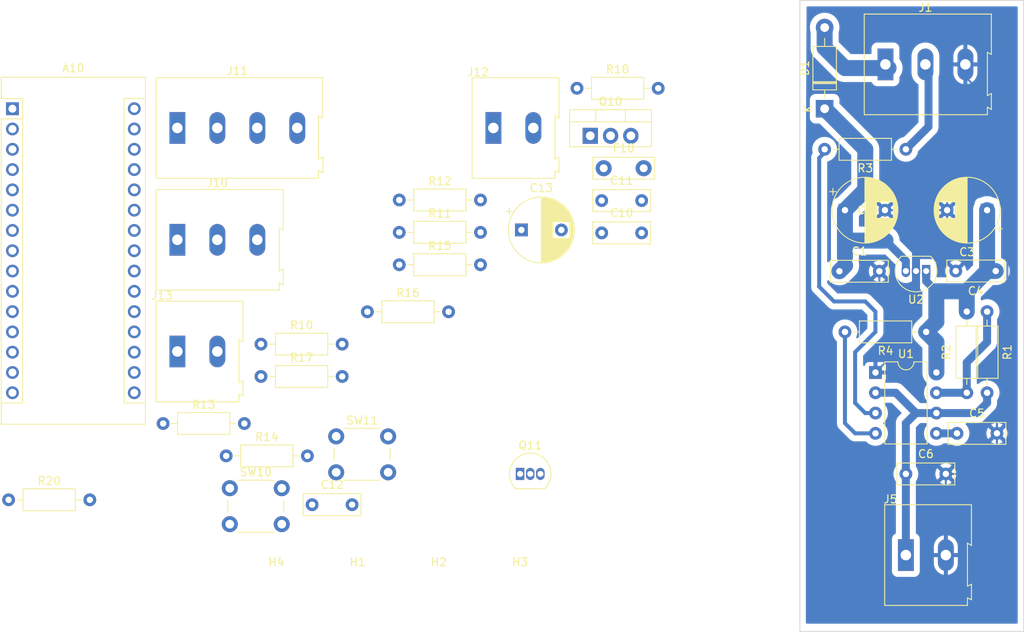
<source format=kicad_pcb>
(kicad_pcb (version 20211014) (generator pcbnew)
  (title_block (title "WaterLevelSensor"))
  (layers (0 "F.Cu" signal) (31 "B.Cu" signal) (34 "B.Paste" user) (35 "F.Paste" user) (36 "B.SilkS" user "B.Silkscreen") (37 "F.SilkS" user "F.Silkscreen") (38 "B.Mask" user) (39 "F.Mask" user) (44 "Edge.Cuts" user))
  (net 0 "")
  (net 2 "Net-(A10-Pad2)")
  (net 4 "GND")
  (net 5 "Net-(A10-Pad5)")
  (net 6 "Net-(A10-Pad6)")
  (net 7 "Net-(A10-Pad7)")
  (net 8 "Net-(A10-Pad8)")
  (net 19 "Net-(A10-Pad19)")
  (net 23 "Net-(A10-Pad23)")
  (net 24 "Net-(A10-Pad24)")
  (net 27 "+5V")
  (net 29 "+9VA")
  (net 30 "Net-(C1-Pad1)")
  (net 31 "GNDA")
  (net 32 "+5VA")
  (net 33 "Net-(C5-Pad1)")
  (net 34 "Net-(C6-Pad1)")
  (net 35 "Net-(C13-Pad1)")
  (net 36 "Net-(D1-Pad2)")
  (net 37 "Net-(F10-Pad2)")
  (net 38 "Net-(J10-Pad2)")
  (net 39 "+9V")
  (net 40 "Net-(J13-Pad1)")
  (net 41 "Net-(Q10-Pad1)")
  (net 42 "Net-(R1-Pad2)")
  (net 43 "Net-(R4-Pad2)")
  (net 44 "Net-(R3-Pad1)")
  (net 45 "Net-(U1-Pad3)")
  (footprint "Capacitor_THT:C_Disc_D7.5mm_W2.5mm_P5.00mm" (layer "F.Cu") (at 10.46 43.01)
    (fp_text reference "F10" (at 2.5 -2.5) (layer "F.SilkS"))
    (fp_text value "100mA")
    (pad "1" thru_hole circle (at 0 0) (size 2 2) (drill 1) (layers *.Cu *.Mask) (net 29 "+9VA"))
    (pad "2" thru_hole circle (at 5 0) (size 2 2) (drill 1) (layers *.Cu *.Mask) (net 37 "Net-(F10-Pad2)"))
  )
  (footprint "Resistor_THT:R_Axial_DIN0207_L6.3mm_D2.5mm_P10.16mm_Horizontal" (layer "F.Cu") (at 55.88 60.96 -90)
    (fp_text reference "R1" (at 5.08 -5.08 -270) (layer "F.SilkS"))
    (fp_text value "10K")
    (pad "1" thru_hole circle (at 0 0 270) (size 1.6 1.6) (drill 0.8) (layers *.Cu *.Mask) (net 32 "+5VA"))
    (pad "2" thru_hole oval (at 10.16 0 270) (size 1.6 1.6) (drill 0.8) (layers *.Cu *.Mask) (net 42 "Net-(R1-Pad2)"))
  )
  (footprint "Resistor_THT:R_Axial_DIN0207_L6.3mm_D2.5mm_P10.16mm_Horizontal" (layer "F.Cu") (at 7.12 33)
    (fp_text reference "R18" (at 5.08 -2.37) (layer "F.SilkS"))
    (fp_text value "47K")
    (pad "1" thru_hole circle (at 0 0) (size 1.6 1.6) (drill 0.8) (layers *.Cu *.Mask) (net 39 "+9V"))
    (pad "2" thru_hole oval (at 10.16 0) (size 1.6 1.6) (drill 0.8) (layers *.Cu *.Mask) (net 41 "Net-(Q10-Pad1)"))
  )
  (footprint "Resistor_THT:R_Axial_DIN0207_L6.3mm_D2.5mm_P10.16mm_Horizontal" (layer "F.Cu") (at -63.98 84.52)
    (fp_text reference "R20" (at 5.08 -2.37) (layer "F.SilkS"))
    (fp_text value "100E")
    (pad "1" thru_hole circle (at 0 0) (size 1.6 1.6) (drill 0.8) (layers *.Cu *.Mask) (net 38 "Net-(J10-Pad2)"))
    (pad "2" thru_hole oval (at 10.16 0) (size 1.6 1.6) (drill 0.8) (layers *.Cu *.Mask) (net 2 "Net-(A10-Pad2)"))
  )
  (footprint "Resistor_THT:R_Axial_DIN0207_L6.3mm_D2.5mm_P10.16mm_Horizontal" (layer "F.Cu") (at -19.1 60.98)
    (fp_text reference "R16" (at 5.08 -2.37) (layer "F.SilkS"))
    (fp_text value "1K")
    (pad "1" thru_hole circle (at 0 0) (size 1.6 1.6) (drill 0.8) (layers *.Cu *.Mask) (net 8 "Net-(A10-Pad8)"))
    (pad "2" thru_hole oval (at 10.16 0) (size 1.6 1.6) (drill 0.8) (layers *.Cu *.Mask) (net 35 "Net-(C13-Pad1)"))
  )
  (footprint "Resistor_THT:R_Axial_DIN0207_L6.3mm_D2.5mm_P10.16mm_Horizontal" (layer "F.Cu") (at -15.11 51.04)
    (fp_text reference "R11" (at 5.08 -2.37) (layer "F.SilkS"))
    (fp_text value "10K")
    (pad "1" thru_hole circle (at 0 0) (size 1.6 1.6) (drill 0.8) (layers *.Cu *.Mask) (net 27 "+5V"))
    (pad "2" thru_hole oval (at 10.16 0) (size 1.6 1.6) (drill 0.8) (layers *.Cu *.Mask) (net 6 "Net-(A10-Pad6)"))
  )
  (footprint "Resistor_THT:R_Axial_DIN0207_L6.3mm_D2.5mm_P10.16mm_Horizontal" (layer "F.Cu") (at 48.26 40.64 180)
    (fp_text reference "R3" (at 5.08 -2.37) (layer "F.SilkS"))
    (fp_text value "100E")
    (pad "1" thru_hole circle (at 0 0 180) (size 1.6 1.6) (drill 0.8) (layers *.Cu *.Mask) (net 44 "Net-(R3-Pad1)"))
    (pad "2" thru_hole oval (at 10.16 0 180) (size 1.6 1.6) (drill 0.8) (layers *.Cu *.Mask) (net 45 "Net-(U1-Pad3)"))
  )
  (footprint "Resistor_THT:R_Axial_DIN0207_L6.3mm_D2.5mm_P10.16mm_Horizontal" (layer "F.Cu") (at 58.42 60.96 -90)
    (fp_text reference "R2" (at 5.08 5.08 90) (layer "F.SilkS"))
    (fp_text value "100K")
    (pad "1" thru_hole circle (at 0 0 270) (size 1.6 1.6) (drill 0.8) (layers *.Cu *.Mask) (net 42 "Net-(R1-Pad2)"))
    (pad "2" thru_hole oval (at 10.16 0 270) (size 1.6 1.6) (drill 0.8) (layers *.Cu *.Mask) (net 34 "Net-(C6-Pad1)"))
  )
  (footprint "Package_TO_SOT_THT:TO-220-3_Vertical" (layer "F.Cu") (at 8.78 38.95)
    (fp_text reference "Q10" (at 2.54 -4.27) (layer "F.SilkS"))
    (fp_text value "IRF9540N")
    (pad "1" thru_hole rect (at 0 0) (size 1.905 2) (drill 1.1) (layers *.Cu *.Mask) (net 41 "Net-(Q10-Pad1)"))
    (pad "2" thru_hole oval (at 2.54 0) (size 1.905 2) (drill 1.1) (layers *.Cu *.Mask) (net 29 "+9VA"))
    (pad "3" thru_hole oval (at 5.08 0) (size 1.905 2) (drill 1.1) (layers *.Cu *.Mask) (net 39 "+9V"))
  )
  (footprint "MountingHole:MountingHole_3.2mm_M3" (layer "F.Cu") (at -20.32 96.52)
    (fp_text reference "H1" (at 0 -4.2) (layer "F.SilkS"))
    (fp_text value "MountingHole")
    (pad "" np_thru_hole circle (at 0 0) (size 3.2 3.2) (drill 3.2) (layers *.Cu *.Mask))
  )
  (footprint "Package_DIP:DIP-8_W7.62mm" (layer "F.Cu") (at 44.46 68.58)
    (fp_text reference "U1" (at 3.81 -2.33) (layer "F.SilkS"))
    (fp_text value "NE555P")
    (pad "1" thru_hole rect (at 0 0) (size 1.6 1.6) (drill 0.8) (layers *.Cu *.Mask) (net 31 "GNDA"))
    (pad "2" thru_hole oval (at 0 2.54) (size 1.6 1.6) (drill 0.8) (layers *.Cu *.Mask) (net 34 "Net-(C6-Pad1)"))
    (pad "3" thru_hole oval (at 0 5.08) (size 1.6 1.6) (drill 0.8) (layers *.Cu *.Mask) (net 45 "Net-(U1-Pad3)"))
    (pad "4" thru_hole oval (at 0 7.62) (size 1.6 1.6) (drill 0.8) (layers *.Cu *.Mask) (net 43 "Net-(R4-Pad2)"))
    (pad "5" thru_hole oval (at 7.62 7.62) (size 1.6 1.6) (drill 0.8) (layers *.Cu *.Mask) (net 33 "Net-(C5-Pad1)"))
    (pad "6" thru_hole oval (at 7.62 5.08) (size 1.6 1.6) (drill 0.8) (layers *.Cu *.Mask) (net 34 "Net-(C6-Pad1)"))
    (pad "7" thru_hole oval (at 7.62 2.54) (size 1.6 1.6) (drill 0.8) (layers *.Cu *.Mask) (net 42 "Net-(R1-Pad2)"))
    (pad "8" thru_hole oval (at 7.62 0) (size 1.6 1.6) (drill 0.8) (layers *.Cu *.Mask) (net 32 "+5VA"))
  )
  (footprint "Resistor_THT:R_Axial_DIN0207_L6.3mm_D2.5mm_P10.16mm_Horizontal" (layer "F.Cu") (at -15.11 55.09)
    (fp_text reference "R15" (at 5.08 -2.37) (layer "F.SilkS"))
    (fp_text value "1K")
    (pad "1" thru_hole circle (at 0 0) (size 1.6 1.6) (drill 0.8) (layers *.Cu *.Mask) (net 40 "Net-(J13-Pad1)"))
    (pad "2" thru_hole oval (at 10.16 0) (size 1.6 1.6) (drill 0.8) (layers *.Cu *.Mask) (net 35 "Net-(C13-Pad1)"))
  )
  (footprint "Package_TO_SOT_THT:TO-92_Inline" (layer "F.Cu") (at 0 81.28)
    (fp_text reference "Q11" (at 1.27 -3.56) (layer "F.SilkS"))
    (fp_text value "BC547")
    (pad "1" thru_hole rect (at 0 0) (size 1.05 1.5) (drill 0.75) (layers *.Cu *.Mask) (net 41 "Net-(Q10-Pad1)"))
    (pad "2" thru_hole oval (at 1.27 0) (size 1.05 1.5) (drill 0.75) (layers *.Cu *.Mask) (net 35 "Net-(C13-Pad1)"))
    (pad "3" thru_hole oval (at 2.54 0) (size 1.05 1.5) (drill 0.75) (layers *.Cu *.Mask) (net 4 "GND"))
  )
  (footprint "Capacitor_THT:C_Disc_D7.0mm_W2.5mm_P5.00mm" (layer "F.Cu") (at 59.5 55.88 180)
    (fp_text reference "C4" (at 2.5 -2.5) (layer "F.SilkS"))
    (fp_text value "100n")
    (pad "1" thru_hole circle (at 0 0 180) (size 1.6 1.6) (drill 0.8) (layers *.Cu *.Mask) (net 32 "+5VA"))
    (pad "2" thru_hole circle (at 5 0 180) (size 1.6 1.6) (drill 0.8) (layers *.Cu *.Mask) (net 31 "GNDA"))
  )
  (footprint "TerminalBlock:TerminalBlock_Altech_AK300-4_P5.00mm" (layer "F.Cu") (at -42.87 37.97)
    (fp_text reference "J11" (at 7.5 -7.15) (layer "F.SilkS"))
    (fp_text value " OLED Display")
    (pad "1" thru_hole rect (at 0 0) (size 1.98 3.96) (drill 1.32) (layers *.Cu *.Mask) (net 23 "Net-(A10-Pad23)"))
    (pad "2" thru_hole oval (at 5 0) (size 1.98 3.96) (drill 1.32) (layers *.Cu *.Mask) (net 24 "Net-(A10-Pad24)"))
    (pad "3" thru_hole oval (at 10 0) (size 1.98 3.96) (drill 1.32) (layers *.Cu *.Mask) (net 27 "+5V"))
    (pad "4" thru_hole oval (at 15 0) (size 1.98 3.96) (drill 1.32) (layers *.Cu *.Mask) (net 4 "GND"))
  )
  (footprint "MountingHole:MountingHole_3.2mm_M3" (layer "F.Cu") (at -30.48 96.52)
    (fp_text reference "H4" (at 0 -4.2) (layer "F.SilkS"))
    (fp_text value "MountingHole")
    (pad "" np_thru_hole circle (at 0 0) (size 3.2 3.2) (drill 3.2) (layers *.Cu *.Mask))
  )
  (footprint "Capacitor_THT:C_Disc_D7.0mm_W2.5mm_P5.00mm" (layer "F.Cu") (at 48.26 81.28)
    (fp_text reference "C6" (at 2.5 -2.5) (layer "F.SilkS"))
    (fp_text value "22p")
    (pad "1" thru_hole circle (at 0 0) (size 1.6 1.6) (drill 0.8) (layers *.Cu *.Mask) (net 34 "Net-(C6-Pad1)"))
    (pad "2" thru_hole circle (at 5 0) (size 1.6 1.6) (drill 0.8) (layers *.Cu *.Mask) (net 31 "GNDA"))
  )
  (footprint "Button_Switch_THT:SW_PUSH_6mm_H5mm" (layer "F.Cu") (at -36.31 83.07)
    (fp_text reference "SW10" (at 3.25 -2) (layer "F.SilkS"))
    (fp_text value "CAL DRY")
    (pad "1" thru_hole circle (at 6.5 0 90) (size 2 2) (drill 1.1) (layers *.Cu *.Mask) (net 4 "GND"))
    (pad "1" thru_hole circle (at 0 0 90) (size 2 2) (drill 1.1) (layers *.Cu *.Mask) (net 4 "GND"))
    (pad "2" thru_hole circle (at 6.5 4.5 90) (size 2 2) (drill 1.1) (layers *.Cu *.Mask) (net 6 "Net-(A10-Pad6)"))
    (pad "2" thru_hole circle (at 0 4.5 90) (size 2 2) (drill 1.1) (layers *.Cu *.Mask) (net 6 "Net-(A10-Pad6)"))
  )
  (footprint "TerminalBlock:TerminalBlock_Altech_AK300-2_P5.00mm" (layer "F.Cu") (at -3.34 37.97)
    (fp_text reference "J12" (at -1.92 -6.99) (layer "F.SilkS"))
    (fp_text value "Battery")
    (pad "1" thru_hole rect (at 0 0) (size 1.98 3.96) (drill 1.32) (layers *.Cu *.Mask) (net 4 "GND"))
    (pad "2" thru_hole oval (at 5 0) (size 1.98 3.96) (drill 1.32) (layers *.Cu *.Mask) (net 39 "+9V"))
  )
  (footprint "Resistor_THT:R_Axial_DIN0207_L6.3mm_D2.5mm_P10.16mm_Horizontal" (layer "F.Cu") (at -32.41 69.08)
    (fp_text reference "R17" (at 5.08 -2.37) (layer "F.SilkS"))
    (fp_text value "47K")
    (pad "1" thru_hole circle (at 0 0) (size 1.6 1.6) (drill 0.8) (layers *.Cu *.Mask) (net 35 "Net-(C13-Pad1)"))
    (pad "2" thru_hole oval (at 10.16 0) (size 1.6 1.6) (drill 0.8) (layers *.Cu *.Mask) (net 4 "GND"))
  )
  (footprint "Package_TO_SOT_THT:TO-92_Inline" (layer "F.Cu") (at 50.8 55.88 180)
    (fp_text reference "U2" (at 1.27 -3.56) (layer "F.SilkS"))
    (fp_text value "LM78L05_TO92")
    (pad "1" thru_hole rect (at 0 0 180) (size 1.05 1.5) (drill 0.75) (layers *.Cu *.Mask) (net 32 "+5VA"))
    (pad "2" thru_hole oval (at 1.27 0 180) (size 1.05 1.5) (drill 0.75) (layers *.Cu *.Mask) (net 31 "GNDA"))
    (pad "3" thru_hole oval (at 2.54 0 180) (size 1.05 1.5) (drill 0.75) (layers *.Cu *.Mask) (net 30 "Net-(C1-Pad1)"))
  )
  (footprint "MountingHole:MountingHole_3.2mm_M3" (layer "F.Cu") (at -10.16 96.52)
    (fp_text reference "H2" (at 0 -4.2) (layer "F.SilkS"))
    (fp_text value "MountingHole")
    (pad "" np_thru_hole circle (at 0 0) (size 3.2 3.2) (drill 3.2) (layers *.Cu *.Mask))
  )
  (footprint "Resistor_THT:R_Axial_DIN0207_L6.3mm_D2.5mm_P10.16mm_Horizontal" (layer "F.Cu") (at 50.8 63.5 180)
    (fp_text reference "R4" (at 5.08 -2.37) (layer "F.SilkS"))
    (fp_text value "10E")
    (pad "1" thru_hole circle (at 0 0 180) (size 1.6 1.6) (drill 0.8) (layers *.Cu *.Mask) (net 32 "+5VA"))
    (pad "2" thru_hole oval (at 10.16 0 180) (size 1.6 1.6) (drill 0.8) (layers *.Cu *.Mask) (net 43 "Net-(R4-Pad2)"))
  )
  (footprint "Capacitor_THT:C_Disc_D7.0mm_W2.5mm_P5.00mm" (layer "F.Cu") (at -26.01 85.13)
    (fp_text reference "C12" (at 2.5 -2.5) (layer "F.SilkS"))
    (fp_text value "100n")
    (pad "1" thru_hole circle (at 0 0) (size 1.6 1.6) (drill 0.8) (layers *.Cu *.Mask) (net 19 "Net-(A10-Pad19)"))
    (pad "2" thru_hole circle (at 5 0) (size 1.6 1.6) (drill 0.8) (layers *.Cu *.Mask) (net 4 "GND"))
  )
  (footprint "Capacitor_THT:C_Disc_D7.0mm_W2.5mm_P5.00mm" (layer "F.Cu") (at 39.9434 55.9054)
    (fp_text reference "C1" (at 2.5 -2.5) (layer "F.SilkS"))
    (fp_text value "100n")
    (pad "1" thru_hole circle (at 0 0) (size 1.6 1.6) (drill 0.8) (layers *.Cu *.Mask) (net 30 "Net-(C1-Pad1)"))
    (pad "2" thru_hole circle (at 5 0) (size 1.6 1.6) (drill 0.8) (layers *.Cu *.Mask) (net 31 "GNDA"))
  )
  (footprint "Resistor_THT:R_Axial_DIN0207_L6.3mm_D2.5mm_P10.16mm_Horizontal" (layer "F.Cu") (at -36.76 79.02)
    (fp_text reference "R14" (at 5.08 -2.37) (layer "F.SilkS"))
    (fp_text value "10K")
    (pad "1" thru_hole circle (at 0 0) (size 1.6 1.6) (drill 0.8) (layers *.Cu *.Mask) (net 19 "Net-(A10-Pad19)"))
    (pad "2" thru_hole oval (at 10.16 0) (size 1.6 1.6) (drill 0.8) (layers *.Cu *.Mask) (net 4 "GND"))
  )
  (footprint "TerminalBlock:TerminalBlock_Altech_AK300-3_P5.00mm" (layer "F.Cu") (at -42.87 51.97)
    (fp_text reference "J10" (at 5 -7.1) (layer "F.SilkS"))
    (fp_text value "Sensor ")
    (pad "1" thru_hole rect (at 0 0) (size 1.98 3.96) (drill 1.32) (layers *.Cu *.Mask) (net 4 "GND"))
    (pad "2" thru_hole oval (at 5 0) (size 1.98 3.96) (drill 1.32) (layers *.Cu *.Mask) (net 38 "Net-(J10-Pad2)"))
    (pad "3" thru_hole oval (at 10 0) (size 1.98 3.96) (drill 1.32) (layers *.Cu *.Mask) (net 37 "Net-(F10-Pad2)"))
  )
  (footprint "MountingHole:MountingHole_3.2mm_M3" (layer "F.Cu") (at 0 96.52)
    (fp_text reference "H3" (at 0 -4.2) (layer "F.SilkS"))
    (fp_text value "MountingHole")
    (pad "" np_thru_hole circle (at 0 0) (size 3.2 3.2) (drill 3.2) (layers *.Cu *.Mask))
  )
  (footprint "Capacitor_THT:C_Disc_D7.0mm_W2.5mm_P5.00mm" (layer "F.Cu") (at 10.21 47.06)
    (fp_text reference "C11" (at 2.5 -2.5) (layer "F.SilkS"))
    (fp_text value "100n")
    (pad "1" thru_hole circle (at 0 0) (size 1.6 1.6) (drill 0.8) (layers *.Cu *.Mask) (net 7 "Net-(A10-Pad7)"))
    (pad "2" thru_hole circle (at 5 0) (size 1.6 1.6) (drill 0.8) (layers *.Cu *.Mask) (net 4 "GND"))
  )
  (footprint "Capacitor_THT:CP_Radial_D8.0mm_P5.00mm" (layer "F.Cu") (at 40.64 48.26)
    (fp_text reference "C2" (at 2.5 0) (layer "F.SilkS"))
    (fp_text value "100M")
    (pad "1" thru_hole rect (at 0 0) (size 1.6 1.6) (drill 0.8) (layers *.Cu *.Mask) (net 30 "Net-(C1-Pad1)"))
    (pad "2" thru_hole circle (at 5 0) (size 1.6 1.6) (drill 0.8) (layers *.Cu *.Mask) (net 31 "GNDA"))
  )
  (footprint "Button_Switch_THT:SW_PUSH_6mm_H5mm" (layer "F.Cu") (at -23 76.58)
    (fp_text reference "SW11" (at 3.25 -2) (layer "F.SilkS"))
    (fp_text value "CAL WET")
    (pad "1" thru_hole circle (at 0 0 90) (size 2 2) (drill 1.1) (layers *.Cu *.Mask) (net 4 "GND"))
    (pad "1" thru_hole circle (at 6.5 0 90) (size 2 2) (drill 1.1) (layers *.Cu *.Mask) (net 4 "GND"))
    (pad "2" thru_hole circle (at 6.5 4.5 90) (size 2 2) (drill 1.1) (layers *.Cu *.Mask) (net 7 "Net-(A10-Pad7)"))
    (pad "2" thru_hole circle (at 0 4.5 90) (size 2 2) (drill 1.1) (layers *.Cu *.Mask) (net 7 "Net-(A10-Pad7)"))
  )
  (footprint "Resistor_THT:R_Axial_DIN0207_L6.3mm_D2.5mm_P10.16mm_Horizontal" (layer "F.Cu") (at -32.41 65.03)
    (fp_text reference "R10" (at 5.08 -2.37) (layer "F.SilkS"))
    (fp_text value "100E")
    (pad "1" thru_hole circle (at 0 0) (size 1.6 1.6) (drill 0.8) (layers *.Cu *.Mask) (net 38 "Net-(J10-Pad2)"))
    (pad "2" thru_hole oval (at 10.16 0) (size 1.6 1.6) (drill 0.8) (layers *.Cu *.Mask) (net 5 "Net-(A10-Pad5)"))
  )
  (footprint "Capacitor_THT:C_Disc_D7.0mm_W2.5mm_P5.00mm" (layer "F.Cu") (at 54.65 76.2)
    (fp_text reference "C5" (at 2.5 -2.5) (layer "F.SilkS"))
    (fp_text value "10n")
    (pad "1" thru_hole circle (at 0 0) (size 1.6 1.6) (drill 0.8) (layers *.Cu *.Mask) (net 33 "Net-(C5-Pad1)"))
    (pad "2" thru_hole circle (at 5 0) (size 1.6 1.6) (drill 0.8) (layers *.Cu *.Mask) (net 31 "GNDA"))
  )
  (footprint "Capacitor_THT:CP_Radial_D8.0mm_P5.00mm" (layer "F.Cu") (at 58.42 48.26 180)
    (fp_text reference "C3" (at 2.5 -5.25) (layer "F.SilkS"))
    (fp_text value "100M")
    (pad "1" thru_hole rect (at 0 0 180) (size 1.6 1.6) (drill 0.8) (layers *.Cu *.Mask) (net 32 "+5VA"))
    (pad "2" thru_hole circle (at 5 0 180) (size 1.6 1.6) (drill 0.8) (layers *.Cu *.Mask) (net 31 "GNDA"))
  )
  (footprint "Diode_THT:D_DO-41_SOD81_P10.16mm_Horizontal" (layer "F.Cu") (at 38.1 35.56 90)
    (fp_text reference "D1" (at 5.08 -2.47 90) (layer "F.SilkS"))
    (fp_text value "1N4001")
    (fp_text user "K" (at 0 -2.1 90) (layer "F.SilkS"))
    (pad "1" thru_hole rect (at 0 0 90) (size 2.2 2.2) (drill 1.1) (layers *.Cu *.Mask) (net 30 "Net-(C1-Pad1)"))
    (pad "2" thru_hole oval (at 10.16 0 90) (size 2.2 2.2) (drill 1.1) (layers *.Cu *.Mask) (net 36 "Net-(D1-Pad2)"))
  )
  (footprint "TerminalBlock:TerminalBlock_Altech_AK300-3_P5.00mm" (layer "F.Cu") (at 45.705 30.01)
    (fp_text reference "J1" (at 5 -7.1) (layer "F.SilkS"))
    (fp_text value "Sensor ")
    (pad "1" thru_hole rect (at 0 0) (size 1.98 3.96) (drill 1.32) (layers *.Cu *.Mask) (net 36 "Net-(D1-Pad2)"))
    (pad "2" thru_hole oval (at 5 0) (size 1.98 3.96) (drill 1.32) (layers *.Cu *.Mask) (net 44 "Net-(R3-Pad1)"))
    (pad "3" thru_hole oval (at 10 0) (size 1.98 3.96) (drill 1.32) (layers *.Cu *.Mask) (net 31 "GNDA"))
  )
  (footprint "Capacitor_THT:C_Disc_D7.0mm_W2.5mm_P5.00mm" (layer "F.Cu") (at 10.21 51.11)
    (fp_text reference "C10" (at 2.5 -2.5) (layer "F.SilkS"))
    (fp_text value "100n")
    (pad "1" thru_hole circle (at 0 0) (size 1.6 1.6) (drill 0.8) (layers *.Cu *.Mask) (net 6 "Net-(A10-Pad6)"))
    (pad "2" thru_hole circle (at 5 0) (size 1.6 1.6) (drill 0.8) (layers *.Cu *.Mask) (net 4 "GND"))
  )
  (footprint "TerminalBlock:TerminalBlock_Altech_AK300-2_P5.00mm" (layer "F.Cu") (at 48.26 91.44)
    (fp_text reference "J5" (at -1.92 -6.99) (layer "F.SilkS"))
    (fp_text value "Sensor Wire")
    (pad "1" thru_hole rect (at 0 0) (size 1.98 3.96) (drill 1.32) (layers *.Cu *.Mask) (net 34 "Net-(C6-Pad1)"))
    (pad "2" thru_hole oval (at 5 0) (size 1.98 3.96) (drill 1.32) (layers *.Cu *.Mask) (net 31 "GNDA"))
  )
  (footprint "Resistor_THT:R_Axial_DIN0207_L6.3mm_D2.5mm_P10.16mm_Horizontal" (layer "F.Cu") (at -44.65 74.97)
    (fp_text reference "R13" (at 5.08 -2.37) (layer "F.SilkS"))
    (fp_text value "33K")
    (pad "1" thru_hole circle (at 0 0) (size 1.6 1.6) (drill 0.8) (layers *.Cu *.Mask) (net 29 "+9VA"))
    (pad "2" thru_hole oval (at 10.16 0) (size 1.6 1.6) (drill 0.8) (layers *.Cu *.Mask) (net 19 "Net-(A10-Pad19)"))
  )
  (footprint "Capacitor_THT:CP_Radial_D8.0mm_P5.00mm" (layer "F.Cu") (at 0.164646 50.74)
    (fp_text reference "C13" (at 2.5 -5.25) (layer "F.SilkS"))
    (fp_text value "100M")
    (pad "1" thru_hole rect (at 0 0) (size 1.6 1.6) (drill 0.8) (layers *.Cu *.Mask) (net 35 "Net-(C13-Pad1)"))
    (pad "2" thru_hole circle (at 5 0) (size 1.6 1.6) (drill 0.8) (layers *.Cu *.Mask) (net 4 "GND"))
  )
  (footprint "Resistor_THT:R_Axial_DIN0207_L6.3mm_D2.5mm_P10.16mm_Horizontal" (layer "F.Cu") (at -15.11 46.99)
    (fp_text reference "R12" (at 5.08 -2.37) (layer "F.SilkS"))
    (fp_text value "10K")
    (pad "1" thru_hole circle (at 0 0) (size 1.6 1.6) (drill 0.8) (layers *.Cu *.Mask) (net 27 "+5V"))
    (pad "2" thru_hole oval (at 10.16 0) (size 1.6 1.6) (drill 0.8) (layers *.Cu *.Mask) (net 7 "Net-(A10-Pad7)"))
  )
  (footprint "TerminalBlock:TerminalBlock_Altech_AK300-2_P5.00mm" (layer "F.Cu") (at -42.87 65.95)
    (fp_text reference "J13" (at -1.92 -6.99) (layer "F.SilkS"))
    (fp_text value "PushButton")
    (pad "1" thru_hole rect (at 0 0) (size 1.98 3.96) (drill 1.32) (layers *.Cu *.Mask) (net 40 "Net-(J13-Pad1)"))
    (pad "2" thru_hole oval (at 5 0) (size 1.98 3.96) (drill 1.32) (layers *.Cu *.Mask) (net 39 "+9V"))
  )
  (footprint "Module:Arduino_Nano" (layer "F.Cu") (at -63.5 35.56)
    (fp_text reference "A10" (at 7.62 -5.08) (layer "F.SilkS"))
    (fp_text value "Arduino_Nano_Every")
    (pad "1" thru_hole rect (at 0 0) (size 1.6 1.6) (drill 1) (layers *.Cu *.Mask))
    (pad "2" thru_hole oval (at 0 2.54) (size 1.6 1.6) (drill 1) (layers *.Cu *.Mask) (net 2 "Net-(A10-Pad2)"))
    (pad "3" thru_hole oval (at 0 5.08) (size 1.6 1.6) (drill 1) (layers *.Cu *.Mask))
    (pad "4" thru_hole oval (at 0 7.62) (size 1.6 1.6) (drill 1) (layers *.Cu *.Mask) (net 4 "GND"))
    (pad "5" thru_hole oval (at 0 10.16) (size 1.6 1.6) (drill 1) (layers *.Cu *.Mask) (net 5 "Net-(A10-Pad5)"))
    (pad "6" thru_hole oval (at 0 12.7) (size 1.6 1.6) (drill 1) (layers *.Cu *.Mask) (net 6 "Net-(A10-Pad6)"))
    (pad "7" thru_hole oval (at 0 15.24) (size 1.6 1.6) (drill 1) (layers *.Cu *.Mask) (net 7 "Net-(A10-Pad7)"))
    (pad "8" thru_hole oval (at 0 17.78) (size 1.6 1.6) (drill 1) (layers *.Cu *.Mask) (net 8 "Net-(A10-Pad8)"))
    (pad "9" thru_hole oval (at 0 20.32) (size 1.6 1.6) (drill 1) (layers *.Cu *.Mask))
    (pad "10" thru_hole oval (at 0 22.86) (size 1.6 1.6) (drill 1) (layers *.Cu *.Mask))
    (pad "11" thru_hole oval (at 0 25.4) (size 1.6 1.6) (drill 1) (layers *.Cu *.Mask))
    (pad "12" thru_hole oval (at 0 27.94) (size 1.6 1.6) (drill 1) (layers *.Cu *.Mask))
    (pad "13" thru_hole oval (at 0 30.48) (size 1.6 1.6) (drill 1) (layers *.Cu *.Mask))
    (pad "14" thru_hole oval (at 0 33.02) (size 1.6 1.6) (drill 1) (layers *.Cu *.Mask))
    (pad "15" thru_hole oval (at 0 35.56) (size 1.6 1.6) (drill 1) (layers *.Cu *.Mask))
    (pad "16" thru_hole oval (at 15.24 35.56) (size 1.6 1.6) (drill 1) (layers *.Cu *.Mask))
    (pad "17" thru_hole oval (at 15.24 33.02) (size 1.6 1.6) (drill 1) (layers *.Cu *.Mask))
    (pad "18" thru_hole oval (at 15.24 30.48) (size 1.6 1.6) (drill 1) (layers *.Cu *.Mask))
    (pad "19" thru_hole oval (at 15.24 27.94) (size 1.6 1.6) (drill 1) (layers *.Cu *.Mask) (net 19 "Net-(A10-Pad19)"))
    (pad "20" thru_hole oval (at 15.24 25.4) (size 1.6 1.6) (drill 1) (layers *.Cu *.Mask))
    (pad "21" thru_hole oval (at 15.24 22.86) (size 1.6 1.6) (drill 1) (layers *.Cu *.Mask))
    (pad "22" thru_hole oval (at 15.24 20.32) (size 1.6 1.6) (drill 1) (layers *.Cu *.Mask))
    (pad "23" thru_hole oval (at 15.24 17.78) (size 1.6 1.6) (drill 1) (layers *.Cu *.Mask) (net 23 "Net-(A10-Pad23)"))
    (pad "24" thru_hole oval (at 15.24 15.24) (size 1.6 1.6) (drill 1) (layers *.Cu *.Mask) (net 24 "Net-(A10-Pad24)"))
    (pad "25" thru_hole oval (at 15.24 12.7) (size 1.6 1.6) (drill 1) (layers *.Cu *.Mask))
    (pad "26" thru_hole oval (at 15.24 10.16) (size 1.6 1.6) (drill 1) (layers *.Cu *.Mask))
    (pad "27" thru_hole oval (at 15.24 7.62) (size 1.6 1.6) (drill 1) (layers *.Cu *.Mask) (net 27 "+5V"))
    (pad "28" thru_hole oval (at 15.24 5.08) (size 1.6 1.6) (drill 1) (layers *.Cu *.Mask))
    (pad "29" thru_hole oval (at 15.24 2.54) (size 1.6 1.6) (drill 1) (layers *.Cu *.Mask) (net 4 "GND"))
    (pad "30" thru_hole oval (at 15.24 0) (size 1.6 1.6) (drill 1) (layers *.Cu *.Mask) (net 29 "+9VA"))
  )
  (gr_rect (start 35 22) (end 63 101) (layer "Edge.Cuts") (width 0.1) (fill none))
  (segment (start 40.64 48.26) (end 40.64 52.07) (width 2) (layer "B.Cu") (net 30))
  (segment (start 38.1 35.56) (end 43.18 40.64) (width 2) (layer "B.Cu") (net 30))
  (segment (start 40.64 52.07) (end 40.64 54.1528) (width 2) (layer "B.Cu") (net 30))
  (segment (start 40.64 54.1528) (end 40.6654 54.1782) (width 0.25) (layer "B.Cu") (net 30))
  (segment (start 40.6654 55.1834) (end 39.9434 55.9054) (width 2) (layer "B.Cu") (net 30))
  (segment (start 45.72 52.07) (end 48.26 54.61) (width 1) (layer "B.Cu") (net 30))
  (segment (start 40.6654 54.1782) (end 40.6654 55.1834) (width 0.25) (layer "B.Cu") (net 30))
  (segment (start 48.26 54.61) (end 48.26 55.88) (width 1) (layer "B.Cu") (net 30))
  (segment (start 43.18 40.64) (end 43.18 45.72) (width 2) (layer "B.Cu") (net 30))
  (segment (start 40.64 52.07) (end 45.72 52.07) (width 2) (layer "B.Cu") (net 30))
  (segment (start 43.18 45.72) (end 40.64 48.26) (width 2) (layer "B.Cu") (net 30))
  (segment (start 48.26 59.69) (end 49.53 58.42) (width 0.25) (layer "B.Cu") (net 31))
  (segment (start 56.095 31.965) (end 56.095 30.47) (width 0.25) (layer "B.Cu") (net 31))
  (segment (start 53.42 48.26) (end 53.42 54.6062) (width 0.25) (layer "B.Cu") (net 31))
  (segment (start 60.96 72.39) (end 60.96 44.45) (width 0.25) (layer "B.Cu") (net 31))
  (segment (start 59.65 78.7) (end 59.65 76.2) (width 0.25) (layer "B.Cu") (net 31))
  (segment (start 60.96 44.45) (end 58.42 41.91) (width 0.25) (layer "B.Cu") (net 31))
  (segment (start 49.53 48.26) (end 49.53 55.88) (width 1) (layer "B.Cu") (net 31))
  (segment (start 49.53 48.26) (end 45.64 48.26) (width 0.25) (layer "B.Cu") (net 31))
  (segment (start 53.26 81.28) (end 57.15 81.28) (width 0.25) (layer "B.Cu") (net 31))
  (segment (start 46.99 59.69) (end 44.9434 57.6434) (width 0.25) (layer "B.Cu") (net 31))
  (segment (start 49.53 58.42) (end 49.53 55.88) (width 1) (layer "B.Cu") (net 31))
  (segment (start 44.9434 57.6434) (end 44.9434 55.9054) (width 0.25) (layer "B.Cu") (net 31))
  (segment (start 58.42 41.91) (end 58.42 34.29) (width 0.25) (layer "B.Cu") (net 31))
  (segment (start 53.4162 54.61) (end 53.4162 54.7962) (width 0.25) (layer "B.Cu") (net 31))
  (segment (start 58.42 34.29) (end 56.095 31.965) (width 0.25) (layer "B.Cu") (net 31))
  (segment (start 53.42 48.26) (end 53.42 46.91) (width 0.25) (layer "B.Cu") (net 31))
  (segment (start 53.42 46.91) (end 58.42 41.91) (width 0.25) (layer "B.Cu") (net 31))
  (segment (start 57.15 81.28) (end 59.69 78.74) (width 0.25) (layer "B.Cu") (net 31))
  (segment (start 53.42 48.26) (end 49.53 48.26) (width 0.25) (layer "B.Cu") (net 31))
  (segment (start 53.26 81.28) (end 53.26 91.44) (width 0.25) (layer "B.Cu") (net 31))
  (segment (start 46.99 66.04) (end 46.99 59.69) (width 0.25) (layer "B.Cu") (net 31))
  (segment (start 59.65 73.7) (end 60.96 72.39) (width 0.25) (layer "B.Cu") (net 31))
  (segment (start 53.4162 54.7962) (end 54.5 55.88) (width 0.25) (layer "B.Cu") (net 31))
  (segment (start 44.46 68.57) (end 46.99 66.04) (width 0.25) (layer "B.Cu") (net 31))
  (segment (start 53.42 54.6062) (end 53.4162 54.61) (width 0.25) (layer "B.Cu") (net 31))
  (segment (start 59.69 78.74) (end 59.65 78.7) (width 0.25) (layer "B.Cu") (net 31))
  (segment (start 44.46 68.58) (end 44.46 68.57) (width 0.25) (layer "B.Cu") (net 31))
  (segment (start 46.99 59.69) (end 48.26 59.69) (width 0.25) (layer "B.Cu") (net 31))
  (segment (start 59.65 76.2) (end 59.65 73.7) (width 0.25) (layer "B.Cu") (net 31))
  (segment (start 50.8 57.15) (end 50.8 55.88) (width 1) (layer "B.Cu") (net 32))
  (segment (start 52.07 58.42) (end 50.8 57.15) (width 1) (layer "B.Cu") (net 32))
  (segment (start 59.5 55.88) (end 58.42 55.88) (width 2) (layer "B.Cu") (net 32))
  (segment (start 52.07 62.23) (end 50.8 63.5) (width 2) (layer "B.Cu") (net 32))
  (segment (start 58.42 55.88) (end 58.42 48.26) (width 2) (layer "B.Cu") (net 32))
  (segment (start 55.88 60.96) (end 55.88 58.42) (width 2) (layer "B.Cu") (net 32))
  (segment (start 55.88 58.42) (end 52.07 58.42) (width 2) (layer "B.Cu") (net 32))
  (segment (start 52.07 58.42) (end 52.07 62.23) (width 2) (layer "B.Cu") (net 32))
  (segment (start 55.88 58.42) (end 58.42 55.88) (width 2) (layer "B.Cu") (net 32))
  (segment (start 50.8 63.5) (end 52.08 64.78) (width 2) (layer "B.Cu") (net 32))
  (segment (start 52.08 64.78) (end 52.08 68.58) (width 2) (layer "B.Cu") (net 32))
  (segment (start 54.65 76.2) (end 52.08 76.2) (width 1) (layer "B.Cu") (net 33))
  (segment (start 52.08 73.66) (end 57.15 73.66) (width 1) (layer "B.Cu") (net 34))
  (segment (start 48.26 81.28) (end 48.26 91.44) (width 1) (layer "B.Cu") (net 34))
  (segment (start 57.15 73.66) (end 58.42 72.39) (width 1) (layer "B.Cu") (net 34))
  (segment (start 49.53 73.66) (end 52.08 73.66) (width 1) (layer "B.Cu") (net 34))
  (segment (start 46.99 71.12) (end 44.46 71.12) (width 1) (layer "B.Cu") (net 34))
  (segment (start 49.53 73.66) (end 46.99 71.12) (width 1) (layer "B.Cu") (net 34))
  (segment (start 58.42 72.39) (end 58.42 71.12) (width 1) (layer "B.Cu") (net 34))
  (segment (start 48.26 74.93) (end 49.53 73.66) (width 1) (layer "B.Cu") (net 34))
  (segment (start 48.26 81.28) (end 48.26 74.93) (width 1) (layer "B.Cu") (net 34))
  (segment (start 46.095 30.47) (end 40.63 30.47) (width 2) (layer "B.Cu") (net 36))
  (segment (start 38.1 27.94) (end 38.1 25.4) (width 2) (layer "B.Cu") (net 36))
  (segment (start 40.63 30.47) (end 38.1 27.94) (width 2) (layer "B.Cu") (net 36))
  (segment (start 58.42 64.77) (end 58.42 60.96) (width 1) (layer "B.Cu") (net 42))
  (segment (start 55.88 71.12) (end 55.88 67.31) (width 1) (layer "B.Cu") (net 42))
  (segment (start 52.08 71.12) (end 55.88 71.12) (width 1) (layer "B.Cu") (net 42))
  (segment (start 55.88 67.31) (end 58.42 64.77) (width 1) (layer "B.Cu") (net 42))
  (segment (start 44.46 76.2) (end 41.91 76.2) (width 0.5) (layer "B.Cu") (net 43))
  (segment (start 40.64 74.93) (end 40.64 63.5) (width 0.5) (layer "B.Cu") (net 43))
  (segment (start 41.91 76.2) (end 40.64 74.93) (width 0.5) (layer "B.Cu") (net 43))
  (segment (start 51.095 30.47) (end 51.095 28.915) (width 0.5) (layer "B.Cu") (net 44))
  (segment (start 51.095 37.805) (end 48.26 40.64) (width 1) (layer "B.Cu") (net 44))
  (segment (start 51.095 30.47) (end 51.095 37.805) (width 1) (layer "B.Cu") (net 44))
  (segment (start 41.91 72.39) (end 41.91 66.04) (width 0.5) (layer "B.Cu") (net 45))
  (segment (start 39.2684 59.69) (end 37.4142 57.8358) (width 0.5) (layer "B.Cu") (net 45))
  (segment (start 37.4142 57.8358) (end 37.4142 41.7322) (width 0.5) (layer "B.Cu") (net 45))
  (segment (start 43.18 59.69) (end 39.2684 59.69) (width 0.5) (layer "B.Cu") (net 45))
  (segment (start 41.91 66.04) (end 44.45 63.5) (width 0.5) (layer "B.Cu") (net 45))
  (segment (start 37.4142 41.7322) (end 38.1 41.0464) (width 0.5) (layer "B.Cu") (net 45))
  (segment (start 43.18 73.66) (end 41.91 72.39) (width 0.5) (layer "B.Cu") (net 45))
  (segment (start 38.1 41.0464) (end 38.1 40.64) (width 0.5) (layer "B.Cu") (net 45))
  (segment (start 44.45 63.5) (end 44.45 60.96) (width 0.5) (layer "B.Cu") (net 45))
  (segment (start 44.46 73.66) (end 43.18 73.66) (width 0.5) (layer "B.Cu") (net 45))
  (segment (start 44.45 60.96) (end 43.18 59.69) (width 0.5) (layer "B.Cu") (net 45))
  (zone (net 31) (net_name "GNDA") (layer "B.Cu") (connect_pads (clearance 0.75)) (min_thickness 0.254) (fill yes (thermal_gap 0.508) (thermal_bridge_width 0.508))
    (polygon (pts (xy 62.3824 100.0252) (xy 35.4838 100.0252) (xy 35.8394 22.6822) (xy 36.0934 22.5806) (xy 35.9156 22.6822) (xy 62.5348 22.5806)))
  )
)
</source>
